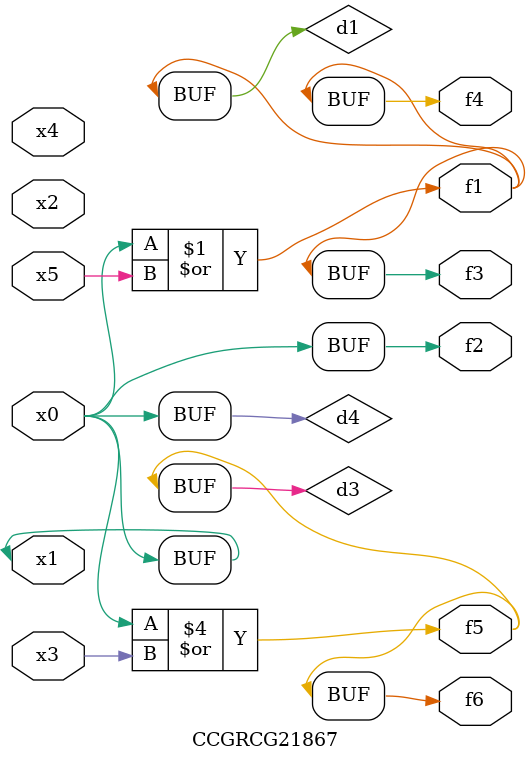
<source format=v>
module CCGRCG21867(
	input x0, x1, x2, x3, x4, x5,
	output f1, f2, f3, f4, f5, f6
);

	wire d1, d2, d3, d4;

	or (d1, x0, x5);
	xnor (d2, x1, x4);
	or (d3, x0, x3);
	buf (d4, x0, x1);
	assign f1 = d1;
	assign f2 = d4;
	assign f3 = d1;
	assign f4 = d1;
	assign f5 = d3;
	assign f6 = d3;
endmodule

</source>
